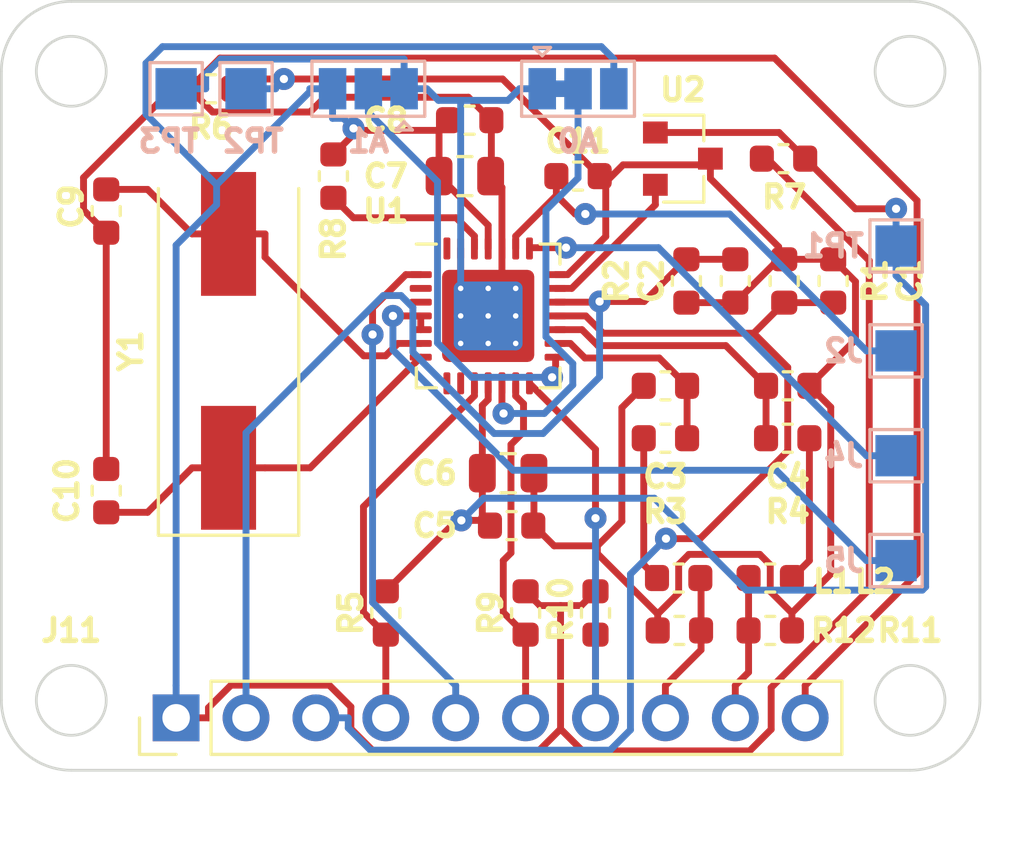
<source format=kicad_pcb>
(kicad_pcb (version 20201116) (generator pcbnew)
  (layers (0 "F.Cu" signal) (31 "B.Cu" signal) (34 "B.Paste" user) (35 "F.Paste" user) (36 "B.SilkS" user "B.Silkscreen") (37 "F.SilkS" user "F.Silkscreen") (38 "B.Mask" user) (39 "F.Mask" user) (44 "Edge.Cuts" user))
  (net 0 "")
  (net 1 "VN")
  (net 2 "VP")
  (net 3 "IN")
  (net 4 "Net-(L2-Pad1)")
  (net 5 "IP")
  (net 6 "Net-(L1-Pad1)")
  (net 7 "Net-(U1-Pad20)")
  (net 8 "Net-(C9-Pad1)")
  (net 9 "Net-(C10-Pad1)")
  (net 10 "/I1+")
  (net 11 "EVENT")
  (net 12 "SDA")
  (net 13 "SCL")
  (net 14 "~RESET")
  (net 15 "Net-(J4-Pad1)")
  (net 16 "/I1-")
  (net 17 "/REF_IN")
  (net 18 "GNDD")
  (net 19 "GNDA")
  (net 20 "/MCP_MCLR")
  (net 21 "+3V3")
  (net 22 "+3.3VA")
  (net 23 "/A0")
  (net 24 "/A1")
  (net 25 "Net-(J5-Pad1)")
  (footprint "Resistor_SMD:R_0603_1608Metric" (layer "F.Cu") (at 142.875 112.395)
    (fp_text reference "R4" (at 0 2.667) (layer "F.SilkS") (effects (font (size 0.8 0.8) (thickness 0.2))))
    (fp_text value "1.5k")
    (pad "1" smd roundrect (at -0.7875 0) (size 0.875 0.95) (layers "F.Cu" "F.Paste" "F.Mask") (net 16 "/I1-"))
    (pad "2" smd roundrect (at 0.7875 0) (size 0.875 0.95) (layers "F.Cu" "F.Paste" "F.Mask") (net 4 "Net-(L2-Pad1)"))
  )
  (footprint "Resistor_SMD:R_0603_1608Metric" (layer "F.Cu") (at 142.722 102.235)
    (fp_text reference "R7" (at 0.0255 1.397) (layer "F.SilkS") (effects (font (size 0.8 0.8) (thickness 0.2))))
    (fp_text value "10R")
    (pad "1" smd roundrect (at -0.7875 0) (size 0.875 0.95) (layers "F.Cu" "F.Paste" "F.Mask") (net 21 "+3V3"))
    (pad "2" smd roundrect (at 0.7875 0) (size 0.875 0.95) (layers "F.Cu" "F.Paste" "F.Mask") (net 22 "+3.3VA"))
  )
  (footprint "Resistor_SMD:R_0603_1608Metric" (layer "F.Cu") (at 142.748 106.68 90)
    (fp_text reference "R1" (at 0 3.302 90) (layer "F.SilkS") (effects (font (size 0.8 0.8) (thickness 0.2))))
    (fp_text value "1.5k")
    (pad "1" smd roundrect (at -0.7875 0 90) (size 0.875 0.95) (layers "F.Cu" "F.Paste" "F.Mask") (net 1 "VN"))
    (pad "2" smd roundrect (at 0.7875 0 90) (size 0.875 0.95) (layers "F.Cu" "F.Paste" "F.Mask") (net 19 "GNDA"))
  )
  (footprint "Resistor_SMD:R_0603_1608Metric" (layer "F.Cu") (at 128.27 118.745 -90)
    (fp_text reference "R5" (at 0 1.27 90) (layer "F.SilkS") (effects (font (size 0.8 0.8) (thickness 0.2))))
    (fp_text value "4.7k")
    (pad "1" smd roundrect (at -0.7875 0 270) (size 0.875 0.95) (layers "F.Cu" "F.Paste" "F.Mask") (net 22 "+3.3VA"))
    (pad "2" smd roundrect (at 0.7875 0 270) (size 0.875 0.95) (layers "F.Cu" "F.Paste" "F.Mask") (net 14 "~RESET"))
  )
  (footprint "Resistor_SMD:R_0603_1608Metric" (layer "F.Cu") (at 138.938 119.38)
    (fp_text reference "R12" (at 5.969 0) (layer "F.SilkS") (effects (font (size 0.8 0.8) (thickness 0.2))))
    (fp_text value "2.4R")
    (pad "1" smd roundrect (at -0.7875 0) (size 0.875 0.95) (layers "F.Cu" "F.Paste" "F.Mask") (net 19 "GNDA"))
    (pad "2" smd roundrect (at 0.7875 0) (size 0.875 0.95) (layers "F.Cu" "F.Paste" "F.Mask") (net 5 "IP"))
  )
  (footprint "Capacitor_SMD:C_0603_1608Metric" (layer "F.Cu") (at 132.842 115.57)
    (fp_text reference "C5" (at -2.794 0) (layer "F.SilkS") (effects (font (size 0.8 0.8) (thickness 0.2))))
    (fp_text value "0.1uF 25V")
    (pad "1" smd roundrect (at -0.7875 0) (size 0.875 0.95) (layers "F.Cu" "F.Paste" "F.Mask") (net 22 "+3.3VA"))
    (pad "2" smd roundrect (at 0.7875 0) (size 0.875 0.95) (layers "F.Cu" "F.Paste" "F.Mask") (net 19 "GNDA"))
  )
  (footprint "Inductor_SMD:L_0603_1608Metric" (layer "F.Cu") (at 142.24 117.475 180)
    (fp_text reference "L2" (at -3.81 -0.127 180) (layer "F.SilkS") (effects (font (size 0.8 0.8) (thickness 0.2))))
    (fp_text value "FB 300ohm")
    (pad "1" smd roundrect (at -0.7875 0 180) (size 0.875 0.95) (layers "F.Cu" "F.Paste" "F.Mask") (net 4 "Net-(L2-Pad1)"))
    (pad "2" smd roundrect (at 0.7875 0 180) (size 0.875 0.95) (layers "F.Cu" "F.Paste" "F.Mask") (net 3 "IN"))
  )
  (footprint "Crystal:Crystal_SMD_HC49-SD" (layer "F.Cu") (at 122.555 109.22 90)
    (fp_text reference "Y1" (at 0 -3.55 90) (layer "F.SilkS") (effects (font (size 0.8 0.8) (thickness 0.2))))
    (fp_text value "Crystal")
    (pad "1" smd rect (at -4.25 0 90) (size 4.5 2) (layers "F.Cu" "F.Paste" "F.Mask") (net 9 "Net-(C10-Pad1)"))
    (pad "2" smd rect (at 4.25 0 90) (size 4.5 2) (layers "F.Cu" "F.Paste" "F.Mask") (net 8 "Net-(C9-Pad1)"))
  )
  (footprint "Resistor_SMD:R_0603_1608Metric" (layer "F.Cu") (at 121.92 99.695)
    (fp_text reference "R6" (at 0 1.397) (layer "F.SilkS") (effects (font (size 0.8 0.8) (thickness 0.2))))
    (fp_text value "0R")
    (pad "1" smd roundrect (at -0.7875 0) (size 0.875 0.95) (layers "F.Cu" "F.Paste" "F.Mask") (net 18 "GNDD"))
    (pad "2" smd roundrect (at 0.7875 0) (size 0.875 0.95) (layers "F.Cu" "F.Paste" "F.Mask") (net 19 "GNDA"))
  )
  (footprint "Capacitor_SMD:C_0603_1608Metric" (layer "F.Cu") (at 131.318 100.838)
    (fp_text reference "C8" (at -3.048 0) (layer "F.SilkS") (effects (font (size 0.8 0.8) (thickness 0.2))))
    (fp_text value "0.1uF 25V")
    (pad "1" smd roundrect (at -0.7875 0) (size 0.875 0.95) (layers "F.Cu" "F.Paste" "F.Mask") (net 21 "+3V3"))
    (pad "2" smd roundrect (at 0.7875 0) (size 0.875 0.95) (layers "F.Cu" "F.Paste" "F.Mask") (net 18 "GNDD"))
  )
  (footprint "Capacitor_SMD:C_0603_1608Metric" (layer "F.Cu") (at 140.97 106.68 90)
    (fp_text reference "C2" (at 0 -3.048 90) (layer "F.SilkS") (effects (font (size 0.8 0.8) (thickness 0.2))))
    (fp_text value "33nF 50V")
    (pad "1" smd roundrect (at -0.7875 0 90) (size 0.875 0.95) (layers "F.Cu" "F.Paste" "F.Mask") (net 19 "GNDA"))
    (pad "2" smd roundrect (at 0.7875 0 90) (size 0.875 0.95) (layers "F.Cu" "F.Paste" "F.Mask") (net 2 "VP"))
  )
  (footprint "Capacitor_SMD:C_0603_1608Metric" (layer "F.Cu") (at 138.43 110.49 180)
    (fp_text reference "C3" (at 0 -3.302 180) (layer "F.SilkS") (effects (font (size 0.8 0.8) (thickness 0.2))))
    (fp_text value "33nF 50V")
    (pad "1" smd roundrect (at -0.7875 0 180) (size 0.875 0.95) (layers "F.Cu" "F.Paste" "F.Mask") (net 10 "/I1+"))
    (pad "2" smd roundrect (at 0.7875 0 180) (size 0.875 0.95) (layers "F.Cu" "F.Paste" "F.Mask") (net 19 "GNDA"))
  )
  (footprint "Capacitor_SMD:C_0805_2012Metric" (layer "F.Cu") (at 131.142 102.87)
    (fp_text reference "C7" (at -2.8725 0) (layer "F.SilkS") (effects (font (size 0.8 0.8) (thickness 0.2))))
    (fp_text value "2.2uF 25V")
    (pad "1" smd roundrect (at -0.9375 0) (size 0.975 1.4) (layers "F.Cu" "F.Paste" "F.Mask") (net 21 "+3V3"))
    (pad "2" smd roundrect (at 0.9375 0) (size 0.975 1.4) (layers "F.Cu" "F.Paste" "F.Mask") (net 18 "GNDD"))
  )
  (footprint "Resistor_SMD:R_0603_1608Metric" (layer "F.Cu") (at 133.35 118.745 -90)
    (fp_text reference "R9" (at 0 1.27 90) (layer "F.SilkS") (effects (font (size 0.8 0.8) (thickness 0.2))))
    (fp_text value "2.2k")
    (pad "1" smd roundrect (at -0.7875 0 270) (size 0.875 0.95) (layers "F.Cu" "F.Paste" "F.Mask") (net 21 "+3V3"))
    (pad "2" smd roundrect (at 0.7875 0 270) (size 0.875 0.95) (layers "F.Cu" "F.Paste" "F.Mask") (net 13 "SCL"))
  )
  (footprint "Connector_PinHeader_2.54mm:PinHeader_1x10_P2.54mm_Vertical" (layer "F.Cu") (at 120.65 122.555 90)
    (fp_text reference "J11" (at 3.175 -3.81 180) (layer "F.SilkS") (effects (font (size 0.8 0.8) (thickness 0.2))))
    (fp_text value "Conn_01x10")
    (pad "1" thru_hole rect (at 0 0 90) (size 1.7 1.7) (drill 1) (layers *.Cu *.Mask) (net 21 "+3V3"))
    (pad "2" thru_hole oval (at 0 2.54 90) (size 1.7 1.7) (drill 1) (layers *.Cu *.Mask) (net 2 "VP"))
    (pad "3" thru_hole oval (at 0 5.08 90) (size 1.7 1.7) (drill 1) (layers *.Cu *.Mask) (net 1 "VN"))
    (pad "4" thru_hole oval (at 0 7.62 90) (size 1.7 1.7) (drill 1) (layers *.Cu *.Mask) (net 14 "~RESET"))
    (pad "5" thru_hole oval (at 0 10.16 90) (size 1.7 1.7) (drill 1) (layers *.Cu *.Mask) (net 11 "EVENT"))
    (pad "6" thru_hole oval (at 0 12.7 90) (size 1.7 1.7) (drill 1) (layers *.Cu *.Mask) (net 13 "SCL"))
    (pad "7" thru_hole oval (at 0 15.24 90) (size 1.7 1.7) (drill 1) (layers *.Cu *.Mask) (net 12 "SDA"))
    (pad "8" thru_hole oval (at 0 17.78 90) (size 1.7 1.7) (drill 1) (layers *.Cu *.Mask) (net 5 "IP"))
    (pad "9" thru_hole oval (at 0 20.32 90) (size 1.7 1.7) (drill 1) (layers *.Cu *.Mask) (net 3 "IN"))
    (pad "10" thru_hole oval (at 0 22.86 90) (size 1.7 1.7) (drill 1) (layers *.Cu *.Mask) (net 18 "GNDD"))
  )
  (footprint "Resistor_SMD:R_0603_1608Metric" (layer "F.Cu") (at 142.24 119.38)
    (fp_text reference "R11" (at 5.08 0) (layer "F.SilkS") (effects (font (size 0.8 0.8) (thickness 0.2))))
    (fp_text value "2.4R")
    (pad "1" smd roundrect (at -0.7875 0) (size 0.875 0.95) (layers "F.Cu" "F.Paste" "F.Mask") (net 3 "IN"))
    (pad "2" smd roundrect (at 0.7875 0) (size 0.875 0.95) (layers "F.Cu" "F.Paste" "F.Mask") (net 19 "GNDA"))
  )
  (footprint "Package_TO_SOT_SMD:SOT-23" (layer "F.Cu") (at 139.065 102.235)
    (fp_text reference "U2" (at 0 -2.5) (layer "F.SilkS") (effects (font (size 0.8 0.8) (thickness 0.2))))
    (fp_text value "MCP9700AT-ETT")
    (pad "1" smd rect (at -1 -0.95) (size 0.9 0.8) (layers "F.Cu" "F.Paste" "F.Mask") (net 22 "+3.3VA"))
    (pad "2" smd rect (at -1 0.95) (size 0.9 0.8) (layers "F.Cu" "F.Paste" "F.Mask") (net 7 "Net-(U1-Pad20)"))
    (pad "3" smd rect (at 1 0) (size 0.9 0.8) (layers "F.Cu" "F.Paste" "F.Mask") (net 19 "GNDA"))
  )
  (footprint "Resistor_SMD:R_0603_1608Metric" (layer "F.Cu") (at 135.89 118.745 -90)
    (fp_text reference "R10" (at -0.127 1.27 90) (layer "F.SilkS") (effects (font (size 0.8 0.8) (thickness 0.2))))
    (fp_text value "2.2k")
    (pad "1" smd roundrect (at -0.7875 0 270) (size 0.875 0.95) (layers "F.Cu" "F.Paste" "F.Mask") (net 21 "+3V3"))
    (pad "2" smd roundrect (at 0.7875 0 270) (size 0.875 0.95) (layers "F.Cu" "F.Paste" "F.Mask") (net 12 "SDA"))
  )
  (footprint "Capacitor_SMD:C_0603_1608Metric" (layer "F.Cu") (at 118.11 104.14 -90)
    (fp_text reference "C9" (at -0.162779 1.27 90) (layer "F.SilkS") (effects (font (size 0.8 0.8) (thickness 0.2))))
    (fp_text value "22pF")
    (pad "1" smd roundrect (at -0.7875 0 270) (size 0.875 0.95) (layers "F.Cu" "F.Paste" "F.Mask") (net 8 "Net-(C9-Pad1)"))
    (pad "2" smd roundrect (at 0.7875 0 270) (size 0.875 0.95) (layers "F.Cu" "F.Paste" "F.Mask") (net 18 "GNDD"))
  )
  (footprint "Resistor_SMD:R_0603_1608Metric" (layer "F.Cu") (at 139.192 106.68 90)
    (fp_text reference "R2" (at 0 -2.54 90) (layer "F.SilkS") (effects (font (size 0.8 0.8) (thickness 0.2))))
    (fp_text value "1.5k")
    (pad "1" smd roundrect (at -0.7875 0 90) (size 0.875 0.95) (layers "F.Cu" "F.Paste" "F.Mask") (net 19 "GNDA"))
    (pad "2" smd roundrect (at 0.7875 0 90) (size 0.875 0.95) (layers "F.Cu" "F.Paste" "F.Mask") (net 2 "VP"))
  )
  (footprint "Capacitor_SMD:C_0805_2012Metric" (layer "F.Cu") (at 132.715 113.665)
    (fp_text reference "C6" (at -2.667 0) (layer "F.SilkS") (effects (font (size 0.8 0.8) (thickness 0.2))))
    (fp_text value "2.2uF 25V")
    (pad "1" smd roundrect (at -0.9375 0) (size 0.975 1.4) (layers "F.Cu" "F.Paste" "F.Mask") (net 22 "+3.3VA"))
    (pad "2" smd roundrect (at 0.9375 0) (size 0.975 1.4) (layers "F.Cu" "F.Paste" "F.Mask") (net 19 "GNDA"))
  )
  (footprint "Capacitor_SMD:C_0603_1608Metric" (layer "F.Cu") (at 142.875 110.49 180)
    (fp_text reference "C4" (at 0 -3.302 180) (layer "F.SilkS") (effects (font (size 0.8 0.8) (thickness 0.2))))
    (fp_text value "33nF 50V")
    (pad "1" smd roundrect (at -0.7875 0 180) (size 0.875 0.95) (layers "F.Cu" "F.Paste" "F.Mask") (net 19 "GNDA"))
    (pad "2" smd roundrect (at 0.7875 0 180) (size 0.875 0.95) (layers "F.Cu" "F.Paste" "F.Mask") (net 16 "/I1-"))
  )
  (footprint "Inductor_SMD:L_0603_1608Metric" (layer "F.Cu") (at 138.912 117.475)
    (fp_text reference "L1" (at 5.6135 0.127) (layer "F.SilkS") (effects (font (size 0.8 0.8) (thickness 0.2))))
    (fp_text value "FB 300ohm")
    (pad "1" smd roundrect (at -0.7875 0) (size 0.875 0.95) (layers "F.Cu" "F.Paste" "F.Mask") (net 6 "Net-(L1-Pad1)"))
    (pad "2" smd roundrect (at 0.7875 0) (size 0.875 0.95) (layers "F.Cu" "F.Paste" "F.Mask") (net 5 "IP"))
  )
  (footprint "Capacitor_SMD:C_0603_1608Metric" (layer "F.Cu") (at 118.11 114.3 90)
    (fp_text reference "C10" (at 0 -1.43 90) (layer "F.SilkS") (effects (font (size 0.8 0.8) (thickness 0.2))))
    (fp_text value "22pF")
    (pad "1" smd roundrect (at -0.7875 0 90) (size 0.875 0.95) (layers "F.Cu" "F.Paste" "F.Mask") (net 9 "Net-(C10-Pad1)"))
    (pad "2" smd roundrect (at 0.7875 0 90) (size 0.875 0.95) (layers "F.Cu" "F.Paste" "F.Mask") (net 18 "GNDD"))
  )
  (footprint "Capacitor_SMD:C_0603_1608Metric" (layer "F.Cu") (at 144.526 106.68 90)
    (fp_text reference "C1" (at 0 2.794 90) (layer "F.SilkS") (effects (font (size 0.8 0.8) (thickness 0.2))))
    (fp_text value "33nF 50V")
    (pad "1" smd roundrect (at -0.7875 0 90) (size 0.875 0.95) (layers "F.Cu" "F.Paste" "F.Mask") (net 1 "VN"))
    (pad "2" smd roundrect (at 0.7875 0 90) (size 0.875 0.95) (layers "F.Cu" "F.Paste" "F.Mask") (net 19 "GNDA"))
  )
  (footprint "Resistor_SMD:R_0603_1608Metric" (layer "F.Cu") (at 138.43 112.395 180)
    (fp_text reference "R3" (at 0 -2.667 180) (layer "F.SilkS") (effects (font (size 0.8 0.8) (thickness 0.2))))
    (fp_text value "1.5k")
    (pad "1" smd roundrect (at -0.7875 0 180) (size 0.875 0.95) (layers "F.Cu" "F.Paste" "F.Mask") (net 10 "/I1+"))
    (pad "2" smd roundrect (at 0.7875 0 180) (size 0.875 0.95) (layers "F.Cu" "F.Paste" "F.Mask") (net 6 "Net-(L1-Pad1)"))
  )
  (footprint "Resistor_SMD:R_0603_1608Metric" (layer "F.Cu") (at 126.365 102.87 -90)
    (fp_text reference "R8" (at 2.286 0 90) (layer "F.SilkS") (effects (font (size 0.8 0.8) (thickness 0.2))))
    (fp_text value "4.7k")
    (pad "1" smd roundrect (at -0.7875 0 270) (size 0.875 0.95) (layers "F.Cu" "F.Paste" "F.Mask") (net 21 "+3V3"))
    (pad "2" smd roundrect (at 0.7875 0 270) (size 0.875 0.95) (layers "F.Cu" "F.Paste" "F.Mask") (net 20 "/MCP_MCLR"))
  )
  (footprint "Package_DFN_QFN:QFN-28-1EP_5x5mm_P0.5mm_EP3.35x3.35mm_ThermalVias" (layer "F.Cu") (at 131.99 107.95)
    (fp_text reference "U1" (at -3.72 -3.81) (layer "F.SilkS") (effects (font (size 0.8 0.8) (thickness 0.2))))
    (fp_text value "MCP39F521")
    (pad "1" smd roundrect (at -2.45 -1.5) (size 0.8 0.25) (layers "F.Cu" "F.Paste" "F.Mask") (net 11 "EVENT"))
    (pad "2" smd roundrect (at -2.45 -1) (size 0.8 0.25) (layers "F.Cu" "F.Paste" "F.Mask"))
    (pad "3" smd roundrect (at -2.45 -0.5) (size 0.8 0.25) (layers "F.Cu" "F.Paste" "F.Mask"))
    (pad "4" smd roundrect (at -2.45 0) (size 0.8 0.25) (layers "F.Cu" "F.Paste" "F.Mask") (net 25 "Net-(J5-Pad1)"))
    (pad "5" smd roundrect (at -2.45 0.5) (size 0.8 0.25) (layers "F.Cu" "F.Paste" "F.Mask") (net 25 "Net-(J5-Pad1)"))
    (pad "6" smd roundrect (at -2.45 1) (size 0.8 0.25) (layers "F.Cu" "F.Paste" "F.Mask") (net 8 "Net-(C9-Pad1)"))
    (pad "7" smd roundrect (at -2.45 1.5) (size 0.8 0.25) (layers "F.Cu" "F.Paste" "F.Mask") (net 9 "Net-(C10-Pad1)"))
    (pad "8" smd roundrect (at -1.5 2.45) (size 0.25 0.8) (layers "F.Cu" "F.Paste" "F.Mask"))
    (pad "9" smd roundrect (at -1 2.45) (size 0.25 0.8) (layers "F.Cu" "F.Paste" "F.Mask"))
    (pad "10" smd roundrect (at -0.5 2.45) (size 0.25 0.8) (layers "F.Cu" "F.Paste" "F.Mask") (net 14 "~RESET"))
    (pad "11" smd roundrect (at 0 2.45) (size 0.25 0.8) (layers "F.Cu" "F.Paste" "F.Mask") (net 22 "+3.3VA"))
    (pad "12" smd roundrect (at 0.5 2.45) (size 0.25 0.8) (layers "F.Cu" "F.Paste" "F.Mask") (net 23 "/A0"))
    (pad "13" smd roundrect (at 1 2.45) (size 0.25 0.8) (layers "F.Cu" "F.Paste" "F.Mask") (net 13 "SCL"))
    (pad "14" smd roundrect (at 1.5 2.45) (size 0.25 0.8) (layers "F.Cu" "F.Paste" "F.Mask") (net 12 "SDA"))
    (pad "15" smd roundrect (at 2.45 1.5) (size 0.8 0.25) (layers "F.Cu" "F.Paste" "F.Mask") (net 24 "/A1"))
    (pad "16" smd roundrect (at 2.45 1) (size 0.8 0.25) (layers "F.Cu" "F.Paste" "F.Mask") (net 10 "/I1+"))
    (pad "17" smd roundrect (at 2.45 0.5) (size 0.8 0.25) (layers "F.Cu" "F.Paste" "F.Mask") (net 16 "/I1-"))
    (pad "18" smd roundrect (at 2.45 0) (size 0.8 0.25) (layers "F.Cu" "F.Paste" "F.Mask") (net 1 "VN"))
    (pad "19" smd roundrect (at 2.45 -0.5) (size 0.8 0.25) (layers "F.Cu" "F.Paste" "F.Mask") (net 2 "VP"))
    (pad "20" smd roundrect (at 2.45 -1) (size 0.8 0.25) (layers "F.Cu" "F.Paste" "F.Mask") (net 7 "Net-(U1-Pad20)"))
    (pad "21" smd roundrect (at 2.45 -1.5) (size 0.8 0.25) (layers "F.Cu" "F.Paste" "F.Mask") (net 19 "GNDA"))
    (pad "22" smd roundrect (at 1.5 -2.45) (size 0.25 0.8) (layers "F.Cu" "F.Paste" "F.Mask") (net 15 "Net-(J4-Pad1)"))
    (pad "23" smd roundrect (at 1 -2.45) (size 0.25 0.8) (layers "F.Cu" "F.Paste" "F.Mask") (net 17 "/REF_IN"))
    (pad "24" smd roundrect (at 0.5 -2.45) (size 0.25 0.8) (layers "F.Cu" "F.Paste" "F.Mask") (net 18 "GNDD"))
    (pad "25" smd roundrect (at 0 -2.45) (size 0.25 0.8) (layers "F.Cu" "F.Paste" "F.Mask") (net 21 "+3V3"))
    (pad "26" smd roundrect (at -0.5 -2.45) (size 0.25 0.8) (layers "F.Cu" "F.Paste" "F.Mask") (net 20 "/MCP_MCLR"))
    (pad "27" smd roundrect (at -1 -2.45) (size 0.25 0.8) (layers "F.Cu" "F.Paste" "F.Mask") (net 18 "GNDD"))
    (pad "28" smd roundrect (at -1.5 -2.45) (size 0.25 0.8) (layers "F.Cu" "F.Paste" "F.Mask"))
    (pad "29" thru_hole circle (at 0 1) (size 0.5 0.5) (drill 0.2) (layers *.Cu) (net 18 "GNDD"))
    (pad "29" smd roundrect (at 0 0) (size 2.5 2.5) (layers "B.Cu") (roundrect_rratio 0.1) (net 18 "GNDD"))
    (pad "29" thru_hole circle (at 1 -1) (size 0.5 0.5) (drill 0.2) (layers *.Cu) (net 18 "GNDD"))
    (pad "29" thru_hole circle (at -1 0) (size 0.5 0.5) (drill 0.2) (layers *.Cu) (net 18 "GNDD"))
    (pad "29" thru_hole circle (at 0 0) (size 0.5 0.5) (drill 0.2) (layers *.Cu) (net 18 "GNDD"))
    (pad "29" thru_hole circle (at -1 -1) (size 0.5 0.5) (drill 0.2) (layers *.Cu) (net 18 "GNDD"))
    (pad "29" thru_hole circle (at 1 1) (size 0.5 0.5) (drill 0.2) (layers *.Cu) (net 18 "GNDD"))
    (pad "29" thru_hole circle (at 1 0) (size 0.5 0.5) (drill 0.2) (layers *.Cu) (net 18 "GNDD"))
    (pad "29" smd roundrect (at 0 0) (size 3.35 3.35) (layers "F.Cu" "F.Mask") (roundrect_rratio 0.074627) (net 18 "GNDD"))
    (pad "29" thru_hole circle (at 0 -1) (size 0.5 0.5) (drill 0.2) (layers *.Cu) (net 18 "GNDD"))
    (pad "29" thru_hole circle (at -1 1) (size 0.5 0.5) (drill 0.2) (layers *.Cu) (net 18 "GNDD"))
  )
  (footprint "Capacitor_SMD:C_0603_1608Metric" (layer "F.Cu") (at 135.255 102.87 180)
    (fp_text reference "C11" (at 0 1.27) (layer "F.SilkS") (effects (font (size 0.8 0.8) (thickness 0.2))))
    (fp_text value "0.1uF 25V")
    (pad "1" smd roundrect (at -0.7875 0 180) (size 0.875 0.95) (layers "F.Cu" "F.Paste" "F.Mask") (net 19 "GNDA"))
    (pad "2" smd roundrect (at 0.7875 0 180) (size 0.875 0.95) (layers "F.Cu" "F.Paste" "F.Mask") (net 17 "/REF_IN"))
  )
  (footprint "Jumper:SolderJumper-3_P1.3mm_Bridged12_Pad1.0x1.5mm" (layer "B.Cu") (at 127.635 99.695 180)
    (fp_text reference "A1" (at 0 -1.905) (layer "B.SilkS") (effects (font (size 0.8 0.8) (thickness 0.2)) (justify mirror)))
    (fp_text value "SolderJumper_3_Bridged12")
    (fp_poly (pts (xy -0.9 0.3) (xy -0.4 0.3) (xy -0.4 -0.3) (xy -0.9 -0.3)) (layer "B.Cu") (width 0) (fill solid))
    (pad "1" smd rect (at -1.3 0 180) (size 1 1.5) (layers "B.Cu" "B.Mask") (net 18 "GNDD"))
    (pad "2" smd rect (at 0 0 180) (size 1 1.5) (layers "B.Cu" "B.Mask") (net 24 "/A1"))
    (pad "3" smd rect (at 1.3 0 180) (size 1 1.5) (layers "B.Cu" "B.Mask") (net 21 "+3V3"))
  )
  (footprint "TestPoint:TestPoint_Pad_1.5x1.5mm" (layer "B.Cu") (at 120.65 99.695 180)
    (fp_text reference "TP3" (at 0.254 -1.905) (layer "B.SilkS") (effects (font (size 0.8 0.8) (thickness 0.2)) (justify mirror)))
    (fp_text value "TestPoint")
    (pad "1" smd rect (at 0 0 180) (size 1.5 1.5) (layers "B.Cu" "B.Mask") (net 18 "GNDD"))
  )
  (footprint "TestPoint:TestPoint_Pad_1.5x1.5mm" (layer "B.Cu") (at 123.19 99.695 180)
    (fp_text reference "TP2" (at -0.254 -1.905) (layer "B.SilkS") (effects (font (size 0.8 0.8) (thickness 0.2)) (justify mirror)))
    (fp_text value "TestPoint")
    (pad "1" smd rect (at 0 0 180) (size 1.5 1.5) (layers "B.Cu" "B.Mask") (net 19 "GNDA"))
  )
  (footprint "TestPoint:TestPoint_Pad_1.5x1.5mm" (layer "B.Cu") (at 146.812 105.41 180)
    (fp_text reference "TP1" (at 2.286 0) (layer "B.SilkS") (effects (font (size 0.8 0.8) (thickness 0.2)) (justify mirror)))
    (fp_text value "TestPoint")
    (pad "1" smd rect (at 0 0 180) (size 1.5 1.5) (layers "B.Cu" "B.Mask") (net 22 "+3.3VA"))
  )
  (footprint "TestPoint:TestPoint_Pad_1.5x1.5mm" (layer "B.Cu") (at 146.812 116.84 180)
    (fp_text reference "J5" (at 1.905 0) (layer "B.SilkS") (effects (font (size 0.8 0.8) (thickness 0.2)) (justify mirror)))
    (fp_text value "Conn_01x01")
    (pad "1" smd rect (at 0 0 180) (size 1.5 1.5) (layers "B.Cu" "B.Mask") (net 25 "Net-(J5-Pad1)"))
  )
  (footprint "TestPoint:TestPoint_Pad_1.5x1.5mm" (layer "B.Cu") (at 146.812 109.22 180)
    (fp_text reference "J2" (at 1.905 0) (layer "B.SilkS") (effects (font (size 0.8 0.8) (thickness 0.2)) (justify mirror)))
    (fp_text value "Conn_01x01")
    (pad "1" smd rect (at 0 0 180) (size 1.5 1.5) (layers "B.Cu" "B.Mask") (net 17 "/REF_IN"))
  )
  (footprint "Jumper:SolderJumper-3_P1.3mm_Bridged12_Pad1.0x1.5mm" (layer "B.Cu") (at 135.255 99.695)
    (fp_text reference "A0" (at 0 1.905) (layer "B.SilkS") (effects (font (size 0.8 0.8) (thickness 0.2)) (justify mirror)))
    (fp_text value "SolderJumper_3_Bridged12")
    (fp_poly (pts (xy -0.9 0.3) (xy -0.4 0.3) (xy -0.4 -0.3) (xy -0.9 -0.3)) (layer "B.Cu") (width 0) (fill solid))
    (pad "1" smd rect (at -1.3 0) (size 1 1.5) (layers "B.Cu" "B.Mask") (net 18 "GNDD"))
    (pad "2" smd rect (at 0 0) (size 1 1.5) (layers "B.Cu" "B.Mask") (net 23 "/A0"))
    (pad "3" smd rect (at 1.3 0) (size 1 1.5) (layers "B.Cu" "B.Mask") (net 21 "+3V3"))
  )
  (footprint "TestPoint:TestPoint_Pad_1.5x1.5mm" (layer "B.Cu") (at 146.812 113.03 180)
    (fp_text reference "J4" (at 1.905 0) (layer "B.SilkS") (effects (font (size 0.8 0.8) (thickness 0.2)) (justify mirror)))
    (fp_text value "Conn_01x01")
    (pad "1" smd rect (at 0 0 180) (size 1.5 1.5) (layers "B.Cu" "B.Mask") (net 15 "Net-(J4-Pad1)"))
  )
  (gr_arc (start 116.84 99.06) (end 116.84 96.52) (angle -90) (layer "Edge.Cuts") (width 0.1))
  (gr_line (start 116.84 124.46) (end 147.32 124.46) (layer "Edge.Cuts") (width 0.1))
  (gr_arc (start 116.84 121.92) (end 114.3 121.92) (angle -90) (layer "Edge.Cuts") (width 0.1))
  (gr_circle (center 116.84 121.92) (end 116.84 120.65) (layer "Edge.Cuts") (width 0.1) (fill none))
  (gr_arc (start 147.32 99.06) (end 149.86 99.06) (angle -90) (layer "Edge.Cuts") (width 0.1))
  (gr_circle (center 116.84 99.06) (end 116.84 97.79) (layer "Edge.Cuts") (width 0.1) (fill none))
  (gr_line (start 149.86 99.06) (end 149.86 121.92) (layer "Edge.Cuts") (width 0.1))
  (gr_arc (start 147.32 121.92) (end 149.86 121.92) (angle 90) (layer "Edge.Cuts") (width 0.1))
  (gr_circle (center 147.32 121.92) (end 148.59 121.92) (layer "Edge.Cuts") (width 0.1) (fill none))
  (gr_circle (center 147.32 99.06) (end 146.05 99.06) (layer "Edge.Cuts") (width 0.1) (fill none))
  (gr_line (start 114.3 99.06) (end 114.3 121.92) (layer "Edge.Cuts") (width 0.1))
  (gr_line (start 116.84 96.52) (end 147.32 96.52) (layer "Edge.Cuts") (width 0.1))
  (segment (start 134.44 107.95) (end 135.5358 107.95) (width 0.25) (layer "F.Cu") (net 1))
  (segment (start 136.1645 108.5787) (end 141.6368 108.5787) (width 0.25) (layer "F.Cu") (net 1))
  (segment (start 142.875 109.8169) (end 142.875 112.8573) (width 0.25) (layer "F.Cu") (net 1))
  (segment (start 141.6368 108.5787) (end 142.875 109.8169) (width 0.25) (layer "F.Cu") (net 1))
  (segment (start 141.6368 108.5787) (end 142.748 107.4675) (width 0.25) (layer "F.Cu") (net 1))
  (segment (start 142.875 112.8573) (end 139.6881 116.0442) (width 0.25) (layer "F.Cu") (net 1))
  (segment (start 135.5358 107.95) (end 136.1645 108.5787) (width 0.25) (layer "F.Cu") (net 1))
  (segment (start 142.748 107.4675) (end 144.526 107.4675) (width 0.25) (layer "F.Cu") (net 1))
  (segment (start 139.6881 116.0442) (end 138.4503 116.0442) (width 0.25) (layer "F.Cu") (net 1))
  (via (at 138.4503 116.0442) (size 0.8) (layers "F.Cu" "B.Cu") (net 1))
  (segment (start 137.16 122.992) (end 137.16 117.3345) (width 0.25) (layer "B.Cu") (net 1))
  (segment (start 125.73 122.555) (end 126.9053 122.555) (width 0.25) (layer "B.Cu") (net 1))
  (segment (start 127.7132 123.7303) (end 136.4217 123.7303) (width 0.25) (layer "B.Cu") (net 1))
  (segment (start 136.4217 123.7303) (end 137.16 122.992) (width 0.25) (layer "B.Cu") (net 1))
  (segment (start 126.9053 122.9224) (end 127.7132 123.7303) (width 0.25) (layer "B.Cu") (net 1))
  (segment (start 126.9053 122.555) (end 126.9053 122.9224) (width 0.25) (layer "B.Cu") (net 1))
  (segment (start 137.16 117.3345) (end 138.4503 116.0442) (width 0.25) (layer "B.Cu") (net 1))
  (segment (start 136.0139 107.45) (end 136.0377 107.4262) (width 0.25) (layer "F.Cu") (net 2))
  (segment (start 139.192 105.8925) (end 140.97 105.8925) (width 0.25) (layer "F.Cu") (net 2))
  (segment (start 136.0377 107.4262) (end 137.6583 107.4262) (width 0.25) (layer "F.Cu") (net 2))
  (segment (start 134.44 107.45) (end 136.0139 107.45) (width 0.25) (layer "F.Cu") (net 2))
  (segment (start 137.6583 107.4262) (end 139.192 105.8925) (width 0.25) (layer "F.Cu") (net 2))
  (via (at 136.0377 107.4262) (size 0.8) (layers "F.Cu" "B.Cu") (net 2))
  (segment (start 129.2541 109.2686) (end 132.2087 112.2232) (width 0.25) (layer "B.Cu") (net 2))
  (segment (start 128.8228 107.2106) (end 129.2541 107.6419) (width 0.25) (layer "B.Cu") (net 2))
  (segment (start 133.9832 112.2232) (end 136.0377 110.1687) (width 0.25) (layer "B.Cu") (net 2))
  (segment (start 123.19 112.1976) (end 128.177 107.2106) (width 0.25) (layer "B.Cu") (net 2))
  (segment (start 129.2541 107.6419) (end 129.2541 109.2686) (width 0.25) (layer "B.Cu") (net 2))
  (segment (start 128.177 107.2106) (end 128.8228 107.2106) (width 0.25) (layer "B.Cu") (net 2))
  (segment (start 136.0377 110.1687) (end 136.0377 107.4262) (width 0.25) (layer "B.Cu") (net 2))
  (segment (start 132.2087 112.2232) (end 133.9832 112.2232) (width 0.25) (layer "B.Cu") (net 2))
  (segment (start 123.19 122.555) (end 123.19 112.1976) (width 0.25) (layer "B.Cu") (net 2))
  (segment (start 140.97 122.555) (end 140.97 121.3797) (width 0.25) (layer "F.Cu") (net 3))
  (segment (start 140.97 121.3797) (end 141.4525 120.8972) (width 0.25) (layer "F.Cu") (net 3))
  (segment (start 141.4525 120.8972) (end 141.4525 119.38) (width 0.25) (layer "F.Cu") (net 3))
  (segment (start 141.4525 119.38) (end 141.4525 117.475) (width 0.25) (layer "F.Cu") (net 3))
  (segment (start 143.0275 117.475) (end 143.6625 116.84) (width 0.25) (layer "F.Cu") (net 4))
  (segment (start 143.6625 116.84) (end 143.6625 112.395) (width 0.25) (layer "F.Cu") (net 4))
  (segment (start 139.6995 117.475) (end 139.7255 117.501) (width 0.25) (layer "F.Cu") (net 5))
  (segment (start 139.7255 117.501) (end 139.7255 119.38) (width 0.25) (layer "F.Cu") (net 5))
  (segment (start 139.7255 119.38) (end 139.7255 120.0842) (width 0.25) (layer "F.Cu") (net 5))
  (segment (start 138.43 122.555) (end 138.43 121.3797) (width 0.25) (layer "F.Cu") (net 5))
  (segment (start 139.7255 120.0842) (end 138.43 121.3797) (width 0.25) (layer "F.Cu") (net 5))
  (segment (start 138.1245 117.475) (end 137.6425 116.993) (width 0.25) (layer "F.Cu") (net 6))
  (segment (start 137.6425 116.993) (end 137.6425 112.395) (width 0.25) (layer "F.Cu") (net 6))
  (segment (start 138.065 103.185) (end 138.065 103.9103) (width 0.25) (layer "F.Cu") (net 7))
  (segment (start 138.065 103.9103) (end 135.0253 106.95) (width 0.25) (layer "F.Cu") (net 7))
  (segment (start 135.0253 106.95) (end 134.44 106.95) (width 0.25) (layer "F.Cu") (net 7))
  (segment (start 128.7122 108.95) (end 129.54 108.95) (width 0.25) (layer "F.Cu") (net 8))
  (segment (start 122.555 104.97) (end 123.8803 104.97) (width 0.25) (layer "F.Cu") (net 8))
  (segment (start 128.2633 109.3989) (end 128.7122 108.95) (width 0.25) (layer "F.Cu") (net 8))
  (segment (start 119.6122 103.3525) (end 121.2297 104.97) (width 0.25) (layer "F.Cu") (net 8))
  (segment (start 123.8803 105.8155) (end 127.4637 109.3989) (width 0.25) (layer "F.Cu") (net 8))
  (segment (start 121.8924 104.97) (end 122.555 104.97) (width 0.25) (layer "F.Cu") (net 8))
  (segment (start 123.8803 104.97) (end 123.8803 105.8155) (width 0.25) (layer "F.Cu") (net 8))
  (segment (start 118.11 103.3525) (end 119.6122 103.3525) (width 0.25) (layer "F.Cu") (net 8))
  (segment (start 121.8924 104.97) (end 121.2297 104.97) (width 0.25) (layer "F.Cu") (net 8))
  (segment (start 127.4637 109.3989) (end 128.2633 109.3989) (width 0.25) (layer "F.Cu") (net 8))
  (segment (start 122.555 113.47) (end 123.8803 113.47) (width 0.25) (layer "F.Cu") (net 9))
  (segment (start 118.11 115.0875) (end 119.6122 115.0875) (width 0.25) (layer "F.Cu") (net 9))
  (segment (start 122.555 113.47) (end 121.2297 113.47) (width 0.25) (layer "F.Cu") (net 9))
  (segment (start 125.52 113.47) (end 129.54 109.45) (width 0.25) (layer "F.Cu") (net 9))
  (segment (start 123.8803 113.47) (end 125.52 113.47) (width 0.25) (layer "F.Cu") (net 9))
  (segment (start 119.6122 115.0875) (end 121.2297 113.47) (width 0.25) (layer "F.Cu") (net 9))
  (segment (start 139.2175 112.395) (end 139.2175 110.49) (width 0.25) (layer "F.Cu") (net 10))
  (segment (start 138.207 109.4795) (end 139.2175 110.49) (width 0.25) (layer "F.Cu") (net 10))
  (segment (start 134.975 108.95) (end 135.5045 109.4795) (width 0.25) (layer "F.Cu") (net 10))
  (segment (start 135.5045 109.4795) (end 138.207 109.4795) (width 0.25) (layer "F.Cu") (net 10))
  (segment (start 134.44 108.95) (end 134.975 108.95) (width 0.25) (layer "F.Cu") (net 10))
  (segment (start 127.7887 107.6591) (end 127.7887 108.6253) (width 0.25) (layer "F.Cu") (net 11))
  (segment (start 128.9978 106.45) (end 127.7887 107.6591) (width 0.25) (layer "F.Cu") (net 11))
  (segment (start 129.54 106.45) (end 128.9978 106.45) (width 0.25) (layer "F.Cu") (net 11))
  (via (at 127.7887 108.6253) (size 0.8) (layers "F.Cu" "B.Cu") (net 11))
  (segment (start 130.81 121.3797) (end 127.7887 118.3584) (width 0.25) (layer "B.Cu") (net 11))
  (segment (start 130.81 122.555) (end 130.81 121.3797) (width 0.25) (layer "B.Cu") (net 11))
  (segment (start 127.7887 118.3584) (end 127.7887 108.6253) (width 0.25) (layer "B.Cu") (net 11))
  (segment (start 133.49 110.4) (end 135.89 112.8) (width 0.25) (layer "F.Cu") (net 12))
  (segment (start 135.89 122.555) (end 135.89 119.5325) (width 0.25) (layer "F.Cu") (net 12))
  (segment (start 135.89 112.8) (end 135.89 115.301) (width 0.25) (layer "F.Cu") (net 12))
  (via (at 135.89 115.301) (size 0.8) (layers "F.Cu" "B.Cu") (net 12))
  (segment (start 135.89 122.555) (end 135.89 115.301) (width 0.25) (layer "B.Cu") (net 12))
  (segment (start 132.8183 116.5605) (end 132.8183 112.6231) (width 0.25) (layer "F.Cu") (net 13))
  (segment (start 132.5387 118.7212) (end 132.5387 116.8401) (width 0.25) (layer "F.Cu") (net 13))
  (segment (start 132.8183 112.6231) (end 133.2742 112.1672) (width 0.25) (layer "F.Cu") (net 13))
  (segment (start 133.35 119.5325) (end 132.5387 118.7212) (width 0.25) (layer "F.Cu") (net 13))
  (segment (start 133.35 121.3797) (end 133.35 119.5325) (width 0.25) (layer "F.Cu") (net 13))
  (segment (start 133.35 122.555) (end 133.35 121.3797) (width 0.25) (layer "F.Cu") (net 13))
  (segment (start 132.5387 116.8401) (end 132.8183 116.5605) (width 0.25) (layer "F.Cu") (net 13))
  (segment (start 132.99 110.8602) (end 132.99 110.4) (width 0.25) (layer "F.Cu") (net 13))
  (segment (start 133.2742 111.1444) (end 132.99 110.8602) (width 0.25) (layer "F.Cu") (net 13))
  (segment (start 133.2742 112.1672) (end 133.2742 111.1444) (width 0.25) (layer "F.Cu") (net 13))
  (segment (start 131.49 110.8514) (end 127.4587 114.8827) (width 0.25) (layer "F.Cu") (net 14))
  (segment (start 127.4587 114.8827) (end 127.4587 118.7212) (width 0.25) (layer "F.Cu") (net 14))
  (segment (start 127.4587 118.7212) (end 128.27 119.5325) (width 0.25) (layer "F.Cu") (net 14))
  (segment (start 131.49 110.4) (end 131.49 110.8514) (width 0.25) (layer "F.Cu") (net 14))
  (segment (start 128.27 122.555) (end 128.27 119.5325) (width 0.25) (layer "F.Cu") (net 14))
  (segment (start 133.5192 105.4708) (end 133.49 105.5) (width 0.25) (layer "F.Cu") (net 15))
  (segment (start 134.8175 105.4708) (end 133.5192 105.4708) (width 0.25) (layer "F.Cu") (net 15))
  (via (at 134.8175 105.4708) (size 0.8) (layers "F.Cu" "B.Cu") (net 15))
  (segment (start 146.812 113.03) (end 145.7367 113.03) (width 0.25) (layer "B.Cu") (net 15))
  (segment (start 138.1775 105.4708) (end 145.7367 113.03) (width 0.25) (layer "B.Cu") (net 15))
  (segment (start 134.8175 105.4708) (end 138.1775 105.4708) (width 0.25) (layer "B.Cu") (net 15))
  (segment (start 142.0875 112.395) (end 142.0875 110.49) (width 0.25) (layer "F.Cu") (net 16))
  (segment (start 134.44 108.45) (end 135.3989 108.45) (width 0.25) (layer "F.Cu") (net 16))
  (segment (start 135.3989 108.45) (end 135.978 109.0291) (width 0.25) (layer "F.Cu") (net 16))
  (segment (start 140.6266 109.0291) (end 142.0875 110.49) (width 0.25) (layer "F.Cu") (net 16))
  (segment (start 135.978 109.0291) (end 140.6266 109.0291) (width 0.25) (layer "F.Cu") (net 16))
  (segment (start 134.4731 103.5678) (end 132.99 105.0509) (width 0.25) (layer "F.Cu") (net 17))
  (segment (start 134.4675 102.87) (end 134.4675 103.5622) (width 0.25) (layer "F.Cu") (net 17))
  (segment (start 135.1522 104.2469) (end 134.4731 103.5678) (width 0.25) (layer "F.Cu") (net 17))
  (segment (start 132.99 105.0509) (end 132.99 105.5) (width 0.25) (layer "F.Cu") (net 17))
  (segment (start 134.4675 103.5622) (end 134.4731 103.5678) (width 0.25) (layer "F.Cu") (net 17))
  (segment (start 135.5202 104.2469) (end 135.1522 104.2469) (width 0.25) (layer "F.Cu") (net 17))
  (via (at 135.5202 104.2469) (size 0.8) (layers "F.Cu" "B.Cu") (net 17))
  (segment (start 146.812 109.22) (end 145.7367 109.22) (width 0.25) (layer "B.Cu") (net 17))
  (segment (start 140.7636 104.2469) (end 135.5202 104.2469) (width 0.25) (layer "B.Cu") (net 17))
  (segment (start 145.7367 109.22) (end 140.7636 104.2469) (width 0.25) (layer "B.Cu") (net 17))
  (segment (start 117.2859 102.9253) (end 120.5162 99.695) (width 0.25) (layer "F.Cu") (net 18))
  (segment (start 118.11 113.5125) (end 118.11 104.9275) (width 0.25) (layer "F.Cu") (net 18))
  (segment (start 132.0795 102.87) (end 132.1055 102.844) (width 0.25) (layer "F.Cu") (net 18))
  (segment (start 131.99 107.95) (end 132.99 107.95) (width 0.25) (layer "F.Cu") (net 18))
  (segment (start 131.99 108.95) (end 130.99 108.95) (width 0.25) (layer "F.Cu") (net 18))
  (segment (start 132.49 103.2805) (end 132.0795 102.87) (width 0.25) (layer "F.Cu") (net 18))
  (segment (start 118.11 104.9275) (end 117.2859 104.1034) (width 0.25) (layer "F.Cu") (net 18))
  (segment (start 126.0561 100.0039) (end 125.5195 100.5405) (width 0.25) (layer "F.Cu") (net 18))
  (segment (start 121.978 100.5405) (end 121.1325 99.695) (width 0.25) (layer "F.Cu") (net 18))
  (segment (start 132.99 108.95) (end 131.99 108.95) (width 0.25) (layer "F.Cu") (net 18))
  (segment (start 132.1055 100.838) (end 131.2714 100.0039) (width 0.25) (layer "F.Cu") (net 18))
  (segment (start 131.2714 100.0039) (end 126.0561 100.0039) (width 0.25) (layer "F.Cu") (net 18))
  (segment (start 132.49 106.45) (end 131.99 106.95) (width 0.25) (layer "F.Cu") (net 18))
  (segment (start 131.99 106.95) (end 131.99 107.95) (width 0.25) (layer "F.Cu") (net 18))
  (segment (start 147.5745 103.7587) (end 147.5745 117.3152) (width 0.25) (layer "F.Cu") (net 18))
  (segment (start 132.49 105.5) (end 132.49 103.2805) (width 0.25) (layer "F.Cu") (net 18))
  (segment (start 130.99 106.95) (end 130.99 105.5) (width 0.25) (layer "F.Cu") (net 18))
  (segment (start 120.5162 99.695) (end 121.1325 99.695) (width 0.25) (layer "F.Cu") (net 18))
  (segment (start 132.1055 102.844) (end 132.1055 100.838) (width 0.25) (layer "F.Cu") (net 18))
  (segment (start 122.2462 98.5813) (end 142.3971 98.5813) (width 0.25) (layer "F.Cu") (net 18))
  (segment (start 130.99 106.95) (end 131.99 106.95) (width 0.25) (layer "F.Cu") (net 18))
  (segment (start 142.3971 98.5813) (end 147.5745 103.7587) (width 0.25) (layer "F.Cu") (net 18))
  (segment (start 125.5195 100.5405) (end 121.978 100.5405) (width 0.25) (layer "F.Cu") (net 18))
  (segment (start 143.51 122.555) (end 143.51 121.3797) (width 0.25) (layer "F.Cu") (net 18))
  (segment (start 132.49 106.45) (end 132.49 105.5) (width 0.25) (layer "F.Cu") (net 18))
  (segment (start 147.5745 117.3152) (end 143.51 121.3797) (width 0.25) (layer "F.Cu") (net 18))
  (segment (start 117.2859 104.1034) (end 117.2859 102.9253) (width 0.25) (layer "F.Cu") (net 18))
  (segment (start 121.1325 99.695) (end 122.2462 98.5813) (width 0.25) (layer "F.Cu") (net 18))
  (segment (start 132.99 106.95) (end 132.49 106.45) (width 0.25) (layer "F.Cu") (net 18))
  (segment (start 132.707 100.1177) (end 133.1297 99.695) (width 0.25) (layer "B.Cu") (net 18))
  (segment (start 120.65 99.695) (end 121.7253 99.695) (width 0.25) (layer "B.Cu") (net 18))
  (segment (start 130.99 106.95) (end 130.99 107.95) (width 0.25) (layer "B.Cu") (net 18))
  (segment (start 132.99 107.95) (end 132.99 108.95) (width 0.25) (layer "B.Cu") (net 18))
  (segment (start 129.7603 99.695) (end 130.183 100.1177) (width 0.25) (layer "B.Cu") (net 18))
  (segment (start 130.99 100.1177) (end 132.707 100.1177) (width 0.25) (layer "B.Cu") (net 18))
  (segment (start 128.935 99.695) (end 128.935 98.6197) (width 0.25) (layer "B.Cu") (net 18))
  (segment (start 128.935 99.695) (end 129.7603 99.695) (width 0.25) (layer "B.Cu") (net 18))
  (segment (start 133.955 99.695) (end 133.1297 99.695) (width 0.25) (layer "B.Cu") (net 18))
  (segment (start 128.9311 98.6158) (end 122.2668 98.6158) (width 0.25) (layer "B.Cu") (net 18))
  (segment (start 128.935 98.6197) (end 128.9311 98.6158) (width 0.25) (layer "B.Cu") (net 18))
  (segment (start 130.99 100.1177) (end 130.99 106.95) (width 0.25) (layer "B.Cu") (net 18))
  (segment (start 121.7253 99.1573) (end 121.7253 99.695) (width 0.25) (layer "B.Cu") (net 18))
  (segment (start 122.2668 98.6158) (end 121.7253 99.1573) (width 0.25) (layer "B.Cu") (net 18))
  (segment (start 130.183 100.1177) (end 130.99 100.1177) (width 0.25) (layer "B.Cu") (net 18))
  (segment (start 142.748 105.8925) (end 144.526 105.8925) (width 0.25) (layer "F.Cu") (net 19))
  (segment (start 136.8474 115.4149) (end 135.9573 116.305) (width 0.25) (layer "F.Cu") (net 19))
  (segment (start 140.065 102.4599) (end 140.065 102.9603) (width 0.25) (layer "F.Cu") (net 19))
  (segment (start 140.065 102.4596) (end 136.8927 102.4596) (width 0.25) (layer "F.Cu") (net 19))
  (segment (start 136.2624 105.0639) (end 136.2624 103.0899) (width 0.25) (layer "F.Cu") (net 19))
  (segment (start 145.3371 106.7036) (end 145.3371 108.8154) (width 0.25) (layer "F.Cu") (net 19))
  (segment (start 140.065 102.4599) (end 140.065 102.4596) (width 0.25) (layer "F.Cu") (net 19))
  (segment (start 139.192 107.4675) (end 140.97 107.4675) (width 0.25) (layer "F.Cu") (net 19))
  (segment (start 135.9573 116.305) (end 134.3875 116.305) (width 0.25) (layer "F.Cu") (net 19))
  (segment (start 142.545 105.8925) (end 140.97 107.4675) (width 0.25) (layer "F.Cu") (net 19))
  (segment (start 137.6425 110.49) (end 136.8474 111.2851) (width 0.25) (layer "F.Cu") (net 19))
  (segment (start 142.545 105.4403) (end 140.065 102.9603) (width 0.25) (layer "F.Cu") (net 19))
  (segment (start 133.6525 115.57) (end 133.6525 113.665) (width 0.25) (layer "F.Cu") (net 19))
  (segment (start 124.5668 99.3411) (end 132.5136 99.3411) (width 0.25) (layer "F.Cu") (net 19))
  (segment (start 134.3875 116.305) (end 133.6525 115.57) (width 0.25) (layer "F.Cu") (net 19))
  (segment (start 138.1505 118.7813) (end 138.1505 119.38) (width 0.25) (layer "F.Cu") (net 19))
  (segment (start 138.912 116.9863) (end 138.912 118.0198) (width 0.25) (layer "F.Cu") (net 19))
  (segment (start 133.6525 115.57) (end 133.6295 115.57) (width 0.25) (layer "F.Cu") (net 19))
  (segment (start 136.8474 111.2851) (end 136.8474 115.4149) (width 0.25) (layer "F.Cu") (net 19))
  (segment (start 144.4386 111.2661) (end 143.6625 110.49) (width 0.25) (layer "F.Cu") (net 19))
  (segment (start 141.8607 116.6158) (end 139.2825 116.6158) (width 0.25) (layer "F.Cu") (net 19))
  (segment (start 145.3371 108.8154) (end 143.6625 110.49) (width 0.25) (layer "F.Cu") (net 19))
  (segment (start 142.24 117.9592) (end 142.24 116.9951) (width 0.25) (layer "F.Cu") (net 19))
  (segment (start 132.5136 99.3411) (end 136.0425 102.87) (width 0.25) (layer "F.Cu") (net 19))
  (segment (start 143.0236 118.7428) (end 144.4386 117.3278) (width 0.25) (layer "F.Cu") (net 19))
  (segment (start 144.526 105.8925) (end 145.3371 106.7036) (width 0.25) (layer "F.Cu") (net 19))
  (segment (start 134.44 106.45) (end 134.8763 106.45) (width 0.25) (layer "F.Cu") (net 19))
  (segment (start 142.748 105.8925) (end 142.545 105.8925) (width 0.25) (layer "F.Cu") (net 19))
  (segment (start 143.0236 118.7428) (end 142.24 117.9592) (width 0.25) (layer "F.Cu") (net 19))
  (segment (start 136.8927 102.4596) (end 136.2624 103.0899) (width 0.25) (layer "F.Cu") (net 19))
  (segment (start 138.912 118.0198) (end 138.1505 118.7813) (width 0.25) (layer "F.Cu") (net 19))
  (segment (start 123.0614 99.3411) (end 124.5668 99.3411) (width 0.25) (layer "F.Cu") (net 19))
  (segment (start 136.2624 103.0899) (end 136.0425 102.87) (width 0.25) (layer "F.Cu") (net 19))
  (segment (start 138.1505 118.7813) (end 135.9573 116.5881) (width 0.25) (layer "F.Cu") (net 19))
  (segment (start 143.0275 119.38) (end 143.0275 118.7467) (width 0.25) (layer "F.Cu") (net 19))
  (segment (start 142.545 105.8925) (end 142.545 105.4403) (width 0.25) (layer "F.Cu") (net 19))
  (segment (start 135.9573 116.5881) (end 135.9573 116.305) (width 0.25) (layer "F.Cu") (net 19))
  (segment (start 139.2825 116.6158) (end 138.912 116.9863) (width 0.25) (layer "F.Cu") (net 19))
  (segment (start 140.065 102.235) (end 140.065 102.4596) (width 0.25) (layer "F.Cu") (net 19))
  (segment (start 134.8763 106.45) (end 136.2624 105.0639) (width 0.25) (layer "F.Cu") (net 19))
  (segment (start 144.4386 117.3278) (end 144.4386 111.2661) (width 0.25) (layer "F.Cu") (net 19))
  (segment (start 122.7075 99.695) (end 123.0614 99.3411) (width 0.25) (layer "F.Cu") (net 19))
  (segment (start 143.0275 118.7467) (end 143.0236 118.7428) (width 0.25) (layer "F.Cu") (net 19))
  (segment (start 142.24 116.9951) (end 141.8607 116.6158) (width 0.25) (layer "F.Cu") (net 19))
  (via (at 124.5668 99.3411) (size 0.8) (layers "F.Cu" "B.Cu") (net 19))
  (segment (start 124.2653 99.695) (end 124.2653 99.6426) (width 0.25) (layer "B.Cu") (net 19))
  (segment (start 123.19 99.695) (end 124.2653 99.695) (width 0.25) (layer "B.Cu") (net 19))
  (segment (start 124.2653 99.6426) (end 124.5668 99.3411) (width 0.25) (layer "B.Cu") (net 19))
  (segment (start 130.8259 104.383) (end 127.0905 104.383) (width 0.25) (layer "F.Cu") (net 20))
  (segment (start 127.0905 104.383) (end 126.365 103.6575) (width 0.25) (layer "F.Cu") (net 20))
  (segment (start 131.49 105.0471) (end 130.8259 104.383) (width 0.25) (layer "F.Cu") (net 20))
  (segment (start 131.49 105.5) (end 131.49 105.0471) (width 0.25) (layer "F.Cu") (net 20))
  (segment (start 126.2137 121.3674) (end 127 122.1537) (width 0.25) (layer "F.Cu") (net 21))
  (segment (start 135.3717 118.4758) (end 134.62 118.4758) (width 0.25) (layer "F.Cu") (net 21))
  (segment (start 141.4909 123.7566) (end 135.4155 123.7566) (width 0.25) (layer "F.Cu") (net 21))
  (segment (start 142.2736 122.9739) (end 141.4909 123.7566) (width 0.25) (layer "F.Cu") (net 21))
  (segment (start 127 122.9499) (end 127.7961 123.746) (width 0.25) (layer "F.Cu") (net 21))
  (segment (start 127.0959 101.2073) (end 130.2045 101.2073) (width 0.25) (layer "F.Cu") (net 21))
  (segment (start 122.6456 121.3674) (end 126.2137 121.3674) (width 0.25) (layer "F.Cu") (net 21))
  (segment (start 130.5305 100.838) (end 130.2045 101.164) (width 0.25) (layer "F.Cu") (net 21))
  (segment (start 127 122.1537) (end 127 122.9499) (width 0.25) (layer "F.Cu") (net 21))
  (segment (start 145.8371 105.9391) (end 145.8371 117.8923) (width 0.25) (layer "F.Cu") (net 21))
  (segment (start 127.0959 101.1351) (end 127.0959 101.2073) (width 0.25) (layer "F.Cu") (net 21))
  (segment (start 121.8253 122.555) (end 121.8253 122.1877) (width 0.25) (layer "F.Cu") (net 21))
  (segment (start 135.4155 123.7566) (end 134.62 122.9611) (width 0.25) (layer "F.Cu") (net 21))
  (segment (start 127.0959 101.3516) (end 126.365 102.0825) (width 0.25) (layer "F.Cu") (net 21))
  (segment (start 133.8683 118.4758) (end 133.35 117.9575) (width 0.25) (layer "F.Cu") (net 21))
  (segment (start 134.62 118.4758) (end 133.8683 118.4758) (width 0.25) (layer "F.Cu") (net 21))
  (segment (start 135.89 117.9575) (end 135.3717 118.4758) (width 0.25) (layer "F.Cu") (net 21))
  (segment (start 121.8253 122.1877) (end 122.6456 121.3674) (width 0.25) (layer "F.Cu") (net 21))
  (segment (start 134.62 122.9611) (end 134.62 118.4758) (width 0.25) (layer "F.Cu") (net 21))
  (segment (start 141.9345 102.235) (end 142.133 102.235) (width 0.25) (layer "F.Cu") (net 21))
  (segment (start 130.2045 101.2073) (end 130.2045 102.87) (width 0.25) (layer "F.Cu") (net 21))
  (segment (start 130.2045 101.164) (end 130.2045 101.2073) (width 0.25) (layer "F.Cu") (net 21))
  (segment (start 127.0959 101.2073) (end 127.0959 101.3516) (width 0.25) (layer "F.Cu") (net 21))
  (segment (start 142.133 102.235) (end 145.8371 105.9391) (width 0.25) (layer "F.Cu") (net 21))
  (segment (start 130.2045 102.87) (end 131.99 104.6555) (width 0.25) (layer "F.Cu") (net 21))
  (segment (start 131.99 104.6555) (end 131.99 105.5) (width 0.25) (layer "F.Cu") (net 21))
  (segment (start 120.65 122.555) (end 121.8253 122.555) (width 0.25) (layer "F.Cu") (net 21))
  (segment (start 133.8351 123.746) (end 134.62 122.9611) (width 0.25) (layer "F.Cu") (net 21))
  (segment (start 145.8371 117.8923) (end 142.2736 121.4558) (width 0.25) (layer "F.Cu") (net 21))
  (segment (start 127.7961 123.746) (end 133.8351 123.746) (width 0.25) (layer "F.Cu") (net 21))
  (segment (start 142.2736 121.4558) (end 142.2736 122.9739) (width 0.25) (layer "F.Cu") (net 21))
  (via (at 127.0959 101.1351) (size 0.8) (layers "F.Cu" "B.Cu") (net 21))
  (segment (start 120.65 122.555) (end 120.65 121.3797) (width 0.25) (layer "B.Cu") (net 21))
  (segment (start 136.1008 98.1655) (end 120.157 98.1655) (width 0.25) (layer "B.Cu") (net 21))
  (segment (start 120.65 105.38) (end 120.65 121.3797) (width 0.25) (layer "B.Cu") (net 21))
  (segment (start 126.7311 100.7703) (end 127.0959 101.1351) (width 0.25) (layer "B.Cu") (net 21))
  (segment (start 119.5542 98.7683) (end 119.5542 100.6192) (width 0.25) (layer "B.Cu") (net 21))
  (segment (start 122.1215 103.1865) (end 122.1215 103.9085) (width 0.25) (layer "B.Cu") (net 21))
  (segment (start 120.157 98.1655) (end 119.5542 98.7683) (width 0.25) (layer "B.Cu") (net 21))
  (segment (start 122.1215 103.9085) (end 120.65 105.38) (width 0.25) (layer "B.Cu") (net 21))
  (segment (start 122.1215 103.1864) (end 125.5097 99.7982) (width 0.25) (layer "B.Cu") (net 21))
  (segment (start 122.1215 103.1864) (end 122.1215 103.1865) (width 0.25) (layer "B.Cu") (net 21))
  (segment (start 136.555 99.695) (end 136.555 98.6197) (width 0.25) (layer "B.Cu") (net 21))
  (segment (start 119.5542 100.6192) (end 122.1215 103.1864) (width 0.25) (layer "B.Cu") (net 21))
  (segment (start 126.335 99.695) (end 126.335 100.7703) (width 0.25) (layer "B.Cu") (net 21))
  (segment (start 126.335 100.7703) (end 126.7311 100.7703) (width 0.25) (layer "B.Cu") (net 21))
  (segment (start 126.335 99.695) (end 125.5097 99.695) (width 0.25) (layer "B.Cu") (net 21))
  (segment (start 125.5097 99.7982) (end 125.5097 99.695) (width 0.25) (layer "B.Cu") (net 21))
  (segment (start 136.555 98.6197) (end 136.1008 98.1655) (width 0.25) (layer "B.Cu") (net 21))
  (segment (start 131.7775 113.665) (end 131.7775 115.3801) (width 0.25) (layer "F.Cu") (net 22))
  (segment (start 131.99 110.9883) (end 131.7775 111.2008) (width 0.25) (layer "F.Cu") (net 22))
  (segment (start 143.5095 102.235) (end 145.332 104.0575) (width 0.25) (layer "F.Cu") (net 22))
  (segment (start 130.8474 115.3801) (end 131.0153 115.3801) (width 0.25) (layer "F.Cu") (net 22))
  (segment (start 131.7775 111.2008) (end 131.7775 113.665) (width 0.25) (layer "F.Cu") (net 22))
  (segment (start 145.332 104.0575) (end 146.812 104.0575) (width 0.25) (layer "F.Cu") (net 22))
  (segment (start 131.8646 115.3801) (end 132.0545 115.57) (width 0.25) (layer "F.Cu") (net 22))
  (segment (start 131.7775 115.3801) (end 131.8646 115.3801) (width 0.25) (layer "F.Cu") (net 22))
  (segment (start 128.27 117.9575) (end 130.8474 115.3801) (width 0.25) (layer "F.Cu") (net 22))
  (segment (start 138.065 101.285) (end 142.5595 101.285) (width 0.25) (layer "F.Cu") (net 22))
  (segment (start 142.5595 101.285) (end 143.5095 102.235) (width 0.25) (layer "F.Cu") (net 22))
  (segment (start 131.99 110.4) (end 131.99 110.9883) (width 0.25) (layer "F.Cu") (net 22))
  (segment (start 131.0153 115.3801) (end 131.7775 115.3801) (width 0.25) (layer "F.Cu") (net 22))
  (via (at 131.0153 115.3801) (size 0.8) (layers "F.Cu" "B.Cu") (net 22))
  (via (at 146.812 104.0575) (size 0.8) (layers "F.Cu" "B.Cu") (net 22))
  (segment (start 147.7671 117.9154) (end 141.3702 117.9154) (width 0.25) (layer "B.Cu") (net 22))
  (segment (start 141.3702 117.9154) (end 138.0304 114.5756) (width 0.25) (layer "B.Cu") (net 22))
  (segment (start 146.812 104.8723) (end 146.812 104.3347) (width 0.25) (layer "B.Cu") (net 22))
  (segment (start 131.8198 114.5756) (end 131.0153 115.3801) (width 0.25) (layer "B.Cu") (net 22))
  (segment (start 146.812 104.3347) (end 146.812 104.0575) (width 0.25) (layer "B.Cu") (net 22))
  (segment (start 146.812 104.8723) (end 146.812 105.41) (width 0.25) (layer "B.Cu") (net 22))
  (segment (start 147.8874 107.5607) (end 147.8874 117.7951) (width 0.25) (layer "B.Cu") (net 22))
  (segment (start 146.812 105.41) (end 146.812 106.4853) (width 0.25) (layer "B.Cu") (net 22))
  (segment (start 147.8874 117.7951) (end 147.7671 117.9154) (width 0.25) (layer "B.Cu") (net 22))
  (segment (start 138.0304 114.5756) (end 131.8198 114.5756) (width 0.25) (layer "B.Cu") (net 22))
  (segment (start 146.812 106.4853) (end 147.8874 107.5607) (width 0.25) (layer "B.Cu") (net 22))
  (segment (start 132.49 111.4369) (end 132.5482 111.4951) (width 0.25) (layer "F.Cu") (net 23))
  (segment (start 132.49 110.4) (end 132.49 111.4369) (width 0.25) (layer "F.Cu") (net 23))
  (via (at 132.5482 111.4951) (size 0.8) (layers "F.Cu" "B.Cu") (net 23))
  (segment (start 134.0887 104.1072) (end 135.255 102.9409) (width 0.25) (layer "B.Cu") (net 23))
  (segment (start 134.0887 108.7061) (end 134.0887 104.1072) (width 0.25) (layer "B.Cu") (net 23))
  (segment (start 135.255 102.9409) (end 135.255 99.695) (width 0.25) (layer "B.Cu") (net 23))
  (segment (start 135.0645 110.4593) (end 135.0645 109.6819) (width 0.25) (layer "B.Cu") (net 23))
  (segment (start 135.0645 109.6819) (end 134.0887 108.7061) (width 0.25) (layer "B.Cu") (net 23))
  (segment (start 132.5482 111.4951) (end 134.0287 111.4951) (width 0.25) (layer "B.Cu") (net 23))
  (segment (start 134.0287 111.4951) (end 135.0645 110.4593) (width 0.25) (layer "B.Cu") (net 23))
  (segment (start 134.44 110.0531) (end 134.3119 110.1812) (width 0.25) (layer "F.Cu") (net 24))
  (segment (start 134.44 109.45) (end 134.44 110.0531) (width 0.25) (layer "F.Cu") (net 24))
  (via (at 134.3119 110.1812) (size 0.8) (layers "F.Cu" "B.Cu") (net 24))
  (segment (start 130.1487 108.9328) (end 131.3971 110.1812) (width 0.25) (layer "B.Cu") (net 24))
  (segment (start 127.635 99.695) (end 127.635 100.556) (width 0.25) (layer "B.Cu") (net 24))
  (segment (start 130.1487 103.0697) (end 130.1487 108.9328) (width 0.25) (layer "B.Cu") (net 24))
  (segment (start 127.635 100.556) (end 130.1487 103.0697) (width 0.25) (layer "B.Cu") (net 24))
  (segment (start 131.3971 110.1812) (end 134.3119 110.1812) (width 0.25) (layer "B.Cu") (net 24))
  (segment (start 129.54 107.95) (end 128.5288 107.95) (width 0.25) (layer "F.Cu") (net 25))
  (segment (start 129.54 108.45) (end 129.54 107.95) (width 0.25) (layer "F.Cu") (net 25))
  (via (at 128.5288 107.95) (size 0.8) (layers "F.Cu" "B.Cu") (net 25))
  (segment (start 128.5288 109.1882) (end 128.5288 107.95) (width 0.25) (layer "B.Cu") (net 25))
  (segment (start 145.7367 116.84) (end 142.4554 113.5587) (width 0.25) (layer "B.Cu") (net 25))
  (segment (start 132.8993 113.5587) (end 128.5288 109.1882) (width 0.25) (layer "B.Cu") (net 25))
  (segment (start 142.4554 113.5587) (end 132.8993 113.5587) (width 0.25) (layer "B.Cu") (net 25))
  (segment (start 146.812 116.84) (end 145.7367 116.84) (width 0.25) (layer "B.Cu") (net 25))
)
</source>
